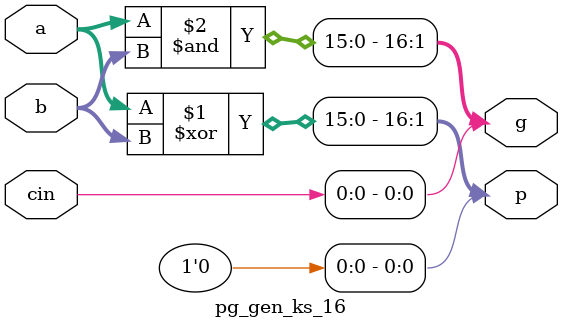
<source format=v>
/* verilator lint_off UNUSEDSIGNAL */
module KS_16 (a,b,cin,sum,cout);
input [16:1]a;
input [16:1]b;
input cin;
output [16:1]sum;
output cout;

wire [16:0]p;
wire [16:0]g;

pg_gen_ks_16 pg_gen_ks (a,b,cin,p,g);

//level1

wire [15:0] gnpg_level1;
wire [15:0] pp_level1;

genvar i;
assign gnpg_level1[0]=g[0];
assign pp_level1[0]=p[0];

generate
     for (i = 1;i<16 ;i=i+1 ) begin
        assign gnpg_level1[i]=g[i]|p[i]&g[i-1];  // gnpg[0]=g1+p1g0
        assign pp_level1[i]=p[i]&p[i-1];              // pp[0]=p1p0
   end
endgenerate

//level2

wire [15:0] gnpg_level2;
wire [15:0] pp_level2;
assign gnpg_level2[0]=gnpg_level1[0];
assign pp_level2[0]=pp_level1[0];

assign gnpg_level2[1]=gnpg_level1[1];
assign pp_level2[1]=pp_level1[1];

generate
     for (i = 2;i<16 ;i=i+1 ) begin
        assign gnpg_level2[i]=gnpg_level1[i]|pp_level1[i]&gnpg_level1[i-2];  // gnpg[0]=g1+p1g0
        assign pp_level2[i]=pp_level1[i]&pp_level1[i-2];              // pp[0]=p1p0
   end
endgenerate

//level3
wire [15:0] gnpg_level3;
wire [15:0] pp_level3;

assign gnpg_level3[0]=gnpg_level2[0];
assign pp_level3[0]=pp_level2[0];

assign gnpg_level3[1]=gnpg_level2[1];
assign pp_level3[1]=pp_level2[1];

assign gnpg_level3[2]=gnpg_level2[2];
assign pp_level3[2]=pp_level2[2];

assign gnpg_level3[3]=gnpg_level2[3];
assign pp_level3[3]=pp_level2[3];

generate
     for (i = 4;i<16 ;i=i+1 ) begin
        assign gnpg_level3[i]=gnpg_level2[i]|pp_level2[i]&gnpg_level2[i-4];  // gnpg[0]=g1+p1g0
        assign pp_level3[i]=pp_level2[i]&pp_level2[i-4];              // pp[0]=p1p0
   end
endgenerate

//level4
wire [7:0] gnpg_level4;


generate
     for (i = 0;i<8 ;i=i+1 ) begin
        assign gnpg_level4[i]=gnpg_level3[i+8]|pp_level3[i+8]&gnpg_level3[i];  // gnpg[0]=g1+p1g0         
   end
endgenerate

//for cout

assign cout= g[16]|p[16]&gnpg_level4[7];
assign sum[1]= p[1]^gnpg_level3[0];
assign sum[2]= p[2]^gnpg_level3[1];
assign sum[3]= p[3]^gnpg_level3[2];
assign sum[4]= p[4]^gnpg_level3[3]; 
assign sum[5]= p[5]^gnpg_level3[4];
assign sum[6]= p[6]^gnpg_level3[5];
assign sum[7]= p[7]^gnpg_level3[6];
assign sum[8]= p[8]^gnpg_level3[7];
assign sum[9]= p[9]^gnpg_level4[0];
assign sum[10]= p[10]^gnpg_level4[1];
assign sum[11]= p[11]^gnpg_level4[2];
assign sum[12]= p[12]^gnpg_level4[3];
assign sum[13]= p[13]^gnpg_level4[4];
assign sum[14]= p[14]^gnpg_level4[5];
assign sum[15]= p[15]^gnpg_level4[6];
assign sum[16]= p[16]^gnpg_level4[7];

endmodule

module pg_gen_ks_16 (a,b,cin,p,g);
input [15:0]a;
input [15:0]b;
input cin;
output [16:0]p;
output [16:0]g;
assign g[0]=cin;
assign p[0]=0;
assign p[16:1]=a^b;
assign g[16:1]=a&b;
endmodule


</source>
